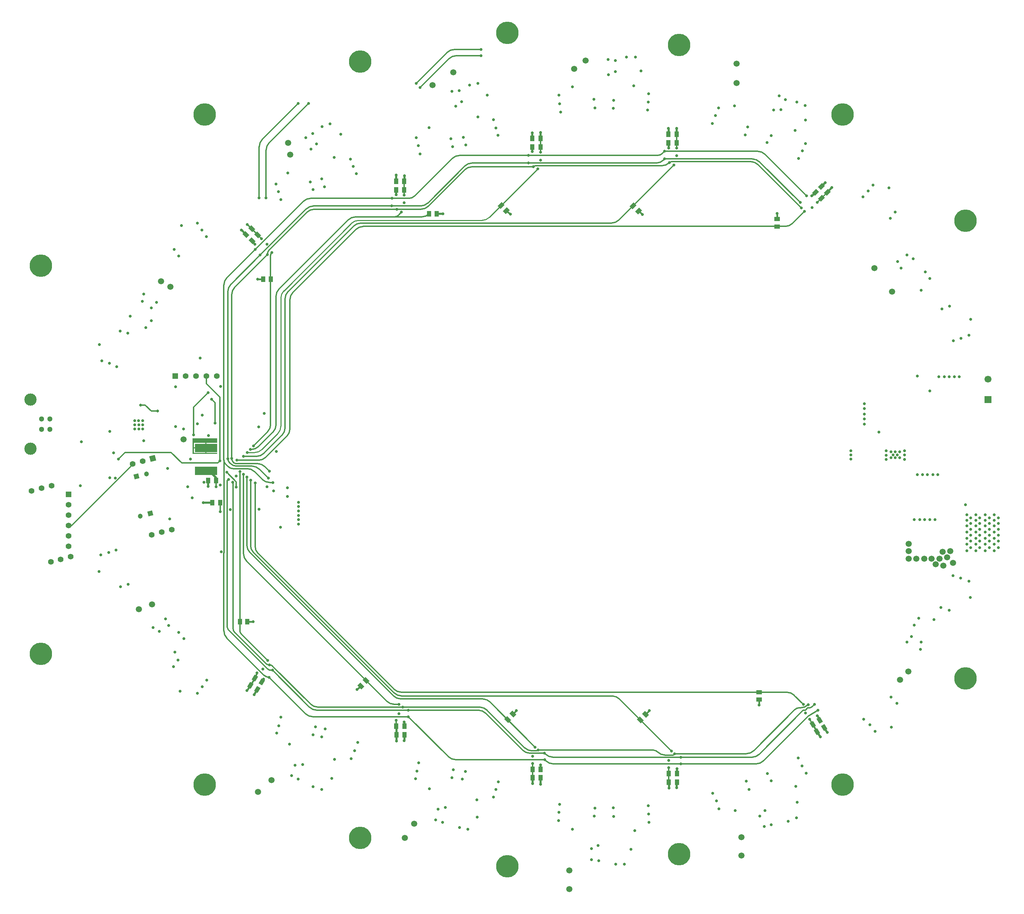
<source format=gbl>
G04*
G04 #@! TF.GenerationSoftware,Altium Limited,Altium Designer,22.7.1 (60)*
G04*
G04 Layer_Physical_Order=4*
G04 Layer_Color=16711680*
%FSLAX43Y43*%
%MOMM*%
G71*
G04*
G04 #@! TF.SameCoordinates,26706279-76B3-4EFB-AC1E-C542CE9A8173*
G04*
G04*
G04 #@! TF.FilePolarity,Positive*
G04*
G01*
G75*
%ADD11C,0.250*%
%ADD12C,0.400*%
%ADD134C,1.500*%
%ADD138C,1.300*%
%ADD142C,1.400*%
%ADD147C,0.300*%
%ADD148C,0.350*%
%ADD153C,0.300*%
%ADD160R,1.400X1.050*%
%ADD165R,1.000X1.400*%
%ADD171R,1.050X1.400*%
G04:AMPARAMS|DCode=182|XSize=1mm|YSize=1.4mm|CornerRadius=0mm|HoleSize=0mm|Usage=FLASHONLY|Rotation=330.000|XOffset=0mm|YOffset=0mm|HoleType=Round|Shape=Rectangle|*
%AMROTATEDRECTD182*
4,1,4,-0.783,-0.356,-0.083,0.856,0.783,0.356,0.083,-0.856,-0.783,-0.356,0.0*
%
%ADD182ROTATEDRECTD182*%

%ADD202R,5.400X2.000*%
%ADD272C,0.500*%
%ADD275R,1.400X1.400*%
%ADD276R,1.400X1.400*%
%ADD277C,1.200*%
%ADD278P,1.697X4X240.0*%
%ADD279C,3.000*%
%ADD280P,1.980X4X240.0*%
%ADD281C,5.500*%
%ADD282R,1.700X1.700*%
%ADD283C,1.700*%
%ADD284C,0.700*%
G04:AMPARAMS|DCode=285|XSize=1.4mm|YSize=1.05mm|CornerRadius=0mm|HoleSize=0mm|Usage=FLASHONLY|Rotation=135.000|XOffset=0mm|YOffset=0mm|HoleType=Round|Shape=Rectangle|*
%AMROTATEDRECTD285*
4,1,4,0.866,-0.124,0.124,-0.866,-0.866,0.124,-0.124,0.866,0.866,-0.124,0.0*
%
%ADD285ROTATEDRECTD285*%

G04:AMPARAMS|DCode=286|XSize=1.4mm|YSize=1.05mm|CornerRadius=0mm|HoleSize=0mm|Usage=FLASHONLY|Rotation=45.000|XOffset=0mm|YOffset=0mm|HoleType=Round|Shape=Rectangle|*
%AMROTATEDRECTD286*
4,1,4,-0.124,-0.866,-0.866,-0.124,0.124,0.866,0.866,0.124,-0.124,-0.866,0.0*
%
%ADD286ROTATEDRECTD286*%

G04:AMPARAMS|DCode=287|XSize=1mm|YSize=1.4mm|CornerRadius=0mm|HoleSize=0mm|Usage=FLASHONLY|Rotation=45.000|XOffset=0mm|YOffset=0mm|HoleType=Round|Shape=Rectangle|*
%AMROTATEDRECTD287*
4,1,4,0.141,-0.849,-0.849,0.141,-0.141,0.849,0.849,-0.141,0.141,-0.849,0.0*
%
%ADD287ROTATEDRECTD287*%

G04:AMPARAMS|DCode=288|XSize=1mm|YSize=1.4mm|CornerRadius=0mm|HoleSize=0mm|Usage=FLASHONLY|Rotation=315.000|XOffset=0mm|YOffset=0mm|HoleType=Round|Shape=Rectangle|*
%AMROTATEDRECTD288*
4,1,4,-0.849,-0.141,0.141,0.849,0.849,0.141,-0.141,-0.849,-0.849,-0.141,0.0*
%
%ADD288ROTATEDRECTD288*%

G04:AMPARAMS|DCode=289|XSize=1mm|YSize=1.4mm|CornerRadius=0mm|HoleSize=0mm|Usage=FLASHONLY|Rotation=210.000|XOffset=0mm|YOffset=0mm|HoleType=Round|Shape=Rectangle|*
%AMROTATEDRECTD289*
4,1,4,0.083,0.856,0.783,-0.356,-0.083,-0.856,-0.783,0.356,0.083,0.856,0.0*
%
%ADD289ROTATEDRECTD289*%

G36*
X345549Y542800D02*
Y541754D01*
X342927D01*
Y540500D01*
Y539246D01*
X345549D01*
Y539000D01*
X339500Y539000D01*
Y542800D01*
X345549Y542800D01*
D02*
G37*
%LPC*%
G36*
X342673Y541754D02*
X339846D01*
Y540627D01*
X342673D01*
Y541754D01*
D02*
G37*
G36*
Y540373D02*
X339846D01*
Y539246D01*
X342673D01*
Y540373D01*
D02*
G37*
%LPD*%
D11*
X361844Y578944D02*
G03*
X361100Y577148I1796J-1796D01*
G01*
X380127Y596175D02*
G03*
X378331Y595431I0J-2540D01*
G01*
X360358Y543983D02*
G03*
X361100Y545775I-1792J1792D01*
G01*
X354673Y539350D02*
G03*
X356469Y540094I0J2540D01*
G01*
X410286Y596175D02*
G03*
X412082Y596919I0J2540D01*
G01*
X352900Y539350D02*
X354673D01*
X361844Y578944D02*
X378331Y595431D01*
X356469Y540094D02*
X360358Y543983D01*
X361100Y545775D02*
Y577148D01*
X380127Y596175D02*
X410286D01*
X412082Y596919D02*
X423918Y608755D01*
D12*
X448725Y598375D02*
G03*
X448554Y598446I-171J-171D01*
G01*
X417029Y597771D02*
G03*
X417200Y597700I171J171D01*
G01*
X379700Y481400D02*
X379750Y481350D01*
X380646Y482246D01*
X352800Y481100D02*
X353634Y482400D01*
X355400Y581800D02*
X356775D01*
X450254Y475254D02*
X451200Y476200D01*
X478000Y477600D02*
Y478875D01*
X352925Y498000D02*
X354300D01*
X482400Y596525D02*
Y597900D01*
X448725Y598375D02*
X449500Y597600D01*
X416254Y598546D02*
X417029Y597771D01*
X491109Y472850D02*
X492209Y471050D01*
X353634Y482400D02*
X354734Y484200D01*
X355300Y485400D01*
X417854Y475354D02*
X418700Y476200D01*
D134*
X337300Y542600D02*
D03*
X472500Y634500D02*
D03*
Y629750D02*
D03*
X355500Y456300D02*
D03*
X358800Y459200D02*
D03*
X393700Y448500D02*
D03*
X391455Y445083D02*
D03*
X431600Y432500D02*
D03*
Y437100D02*
D03*
X473750Y445250D02*
D03*
Y440750D02*
D03*
X514500Y485750D02*
D03*
X512500Y483750D02*
D03*
X506250Y584500D02*
D03*
X510500Y578750D02*
D03*
X326400Y501000D02*
D03*
X329600Y502200D02*
D03*
X525400Y512400D02*
D03*
X432800Y633300D02*
D03*
X435600Y635300D02*
D03*
X398200Y629300D02*
D03*
X403300Y632400D02*
D03*
X331800Y581300D02*
D03*
X334100Y579900D02*
D03*
X363400Y612300D02*
D03*
X362858Y615142D02*
D03*
X524800Y515200D02*
D03*
X523100Y511700D02*
D03*
X521200Y512000D02*
D03*
X524000Y513700D02*
D03*
X522900Y515100D02*
D03*
X522100Y513400D02*
D03*
X520200D02*
D03*
X518400D02*
D03*
X516500D02*
D03*
X514600Y517000D02*
D03*
Y515200D02*
D03*
Y513400D02*
D03*
D138*
X302610Y547541D02*
D03*
X304610D02*
D03*
Y545041D02*
D03*
X302610Y545041D02*
D03*
D142*
X340360Y558100D02*
D03*
X337820D02*
D03*
X342900D02*
D03*
X345440D02*
D03*
X309200Y524040D02*
D03*
Y526580D02*
D03*
Y521500D02*
D03*
Y518960D02*
D03*
Y516420D02*
D03*
X300185Y529965D02*
D03*
X302638Y530622D02*
D03*
X304843Y512578D02*
D03*
X309750Y513893D02*
D03*
X305092Y531279D02*
D03*
X307297Y513235D02*
D03*
X329552Y519199D02*
D03*
X332005Y519856D02*
D03*
X334459Y520513D02*
D03*
X324893Y536585D02*
D03*
X327347Y537243D02*
D03*
D147*
X354825Y516321D02*
G03*
X355494Y514706I2284J0D01*
G01*
X353700Y516585D02*
G03*
X354361Y514989I2257J0D01*
G01*
X352825Y516560D02*
G03*
X353486Y514964I2257J0D01*
G01*
X349400Y496378D02*
G03*
X349844Y495306I1516J0D01*
G01*
X348000Y496596D02*
G03*
X348227Y496048I775J0D01*
G01*
X358313Y589013D02*
G03*
X357800Y587775I1238J-1238D01*
G01*
X349844Y579819D02*
G03*
X349100Y578023I1796J-1796D01*
G01*
Y537925D02*
G03*
X349507Y536943I1388J0D01*
G01*
X407868Y610216D02*
G03*
X406072Y609472I0J-2540D01*
G01*
X395248Y599700D02*
G03*
X397044Y600444I0J2540D01*
G01*
X407850Y609298D02*
G03*
X406054Y608554I0J-2540D01*
G01*
X395346Y598898D02*
G03*
X397142Y599642I0J2540D01*
G01*
X348894Y580544D02*
G03*
X348150Y578748I1796J-1796D01*
G01*
X347919Y582144D02*
G03*
X347175Y580348I1796J-1796D01*
G01*
X416425Y598475D02*
G03*
X416254Y598546I-171J-171D01*
G01*
X379352Y597025D02*
G03*
X377556Y596281I0J-2540D01*
G01*
X356569Y616019D02*
G03*
X355825Y614223I1796J-1796D01*
G01*
X358244Y615169D02*
G03*
X357500Y613373I1796J-1796D01*
G01*
X403502Y638000D02*
G03*
X401706Y637256I0J-2540D01*
G01*
X403977Y636475D02*
G03*
X402181Y635731I0J-2540D01*
G01*
X360669Y579394D02*
G03*
X359925Y577598I1796J-1796D01*
G01*
X355173Y538425D02*
G03*
X356969Y539169I0J2540D01*
G01*
X361381Y543581D02*
G03*
X362125Y545377I-1796J1796D01*
G01*
X353898Y540125D02*
G03*
X355694Y540869I0J2540D01*
G01*
X359181Y544356D02*
G03*
X359925Y546152I-1796J1796D01*
G01*
X362869Y578744D02*
G03*
X362125Y576948I1796J-1796D01*
G01*
X380702Y595525D02*
G03*
X378906Y594781I0J-2540D01*
G01*
X355623Y537475D02*
G03*
X357419Y538219I0J2540D01*
G01*
X362581Y543381D02*
G03*
X363325Y545177I-1796J1796D01*
G01*
X364069Y578569D02*
G03*
X363325Y576773I1796J-1796D01*
G01*
X381252Y594700D02*
G03*
X379456Y593956I0J-2540D01*
G01*
X484398Y594700D02*
G03*
X486194Y595444I0J2540D01*
G01*
X388631Y479819D02*
G03*
X390427Y479075I1796J1796D01*
G01*
X388806Y480544D02*
G03*
X390602Y479800I1796J1796D01*
G01*
X486621Y479956D02*
G03*
X484825Y480700I-1796J-1796D01*
G01*
X388756Y481444D02*
G03*
X390552Y480700I1796J1796D01*
G01*
X404805Y612078D02*
G03*
X403009Y611334I0J-2540D01*
G01*
X358900Y588325D02*
G03*
X358600Y587601I724J-724D01*
G01*
X357856Y544431D02*
G03*
X358600Y546227I-1796J1796D01*
G01*
X453177Y612078D02*
G03*
X454422Y612594I0J1761D01*
G01*
X392418Y601578D02*
G03*
X393844Y602169I0J2017D01*
G01*
X368405Y601578D02*
G03*
X366609Y600834I0J-2540D01*
G01*
X369093Y599700D02*
G03*
X367312Y598963I0J-2518D01*
G01*
X479491Y612334D02*
G03*
X477695Y613078I-1796J-1796D01*
G01*
X478153Y610472D02*
G03*
X476357Y611216I-1796J-1796D01*
G01*
X452890Y610216D02*
G03*
X454686Y610960I0J2540D01*
G01*
X369250Y598898D02*
G03*
X367454Y598154I0J-2540D01*
G01*
X441940Y595525D02*
G03*
X443736Y596269I0J2540D01*
G01*
X423438Y609550D02*
G03*
X422829Y609298I0J-860D01*
G01*
X477744Y609831D02*
G03*
X475948Y610575I-1796J-1796D01*
G01*
X456656D02*
G03*
X456108Y610348I0J-775D01*
G01*
X454258Y609550D02*
G03*
X456054Y610294I0J2540D01*
G01*
X357194Y535906D02*
G03*
X355398Y536650I-1796J-1796D01*
G01*
X349600Y536850D02*
G03*
X350083Y536650I483J483D01*
G01*
X355819Y535306D02*
G03*
X354023Y536050I-1796J-1796D01*
G01*
X348834Y536616D02*
G03*
X350200Y536050I1366J1366D01*
G01*
X356581Y532769D02*
G03*
X358377Y532025I1796J1796D01*
G01*
X354669Y534681D02*
G03*
X352873Y535425I-1796J-1796D01*
G01*
X348248Y535902D02*
G03*
X349400Y535425I1152J1152D01*
G01*
X367118Y475441D02*
G03*
X368914Y474697I1796J1796D01*
G01*
X402054Y464941D02*
G03*
X403850Y464197I1796J1796D01*
G01*
X425879Y463916D02*
G03*
X427675Y463172I1796J1796D01*
G01*
X477295D02*
G03*
X479091Y463916I0J2540D01*
G01*
X368083Y477053D02*
G03*
X369879Y476309I1796J1796D01*
G01*
X425797Y465553D02*
G03*
X427593Y464809I1796J1796D01*
G01*
X351975Y514602D02*
G03*
X352719Y512806I2540J0D01*
G01*
X387100Y478425D02*
G03*
X388682Y477770I1582J1582D01*
G01*
X368379Y477796D02*
G03*
X370175Y477052I1796J1796D01*
G01*
X412220Y478331D02*
G03*
X410424Y479075I-1796J-1796D01*
G01*
X443849Y479056D02*
G03*
X442053Y479800I-1796J-1796D01*
G01*
X423525Y466350D02*
G03*
X424026Y466558I0J709D01*
G01*
X453350Y466000D02*
G03*
X454980Y465325I1630J1630D01*
G01*
X453350Y466000D02*
G03*
X451957Y466577I-1393J-1393D01*
G01*
X474923Y465650D02*
G03*
X476719Y466394I0J2540D01*
G01*
X457029Y465325D02*
G03*
X457108Y465358I0J111D01*
G01*
X476382Y464809D02*
G03*
X478008Y465483I0J2299D01*
G01*
X487900Y476900D02*
G03*
X486748Y476423I0J-1630D01*
G01*
X488223Y476900D02*
G03*
X490019Y477644I0J2540D01*
G01*
X356982Y484868D02*
G03*
X358191Y484367I1209J1209D01*
G01*
X347175Y537505D02*
G03*
X347550Y536600I1280J0D01*
G01*
X347175Y495727D02*
G03*
X347919Y493931I2540J0D01*
G01*
X348150Y537830D02*
G03*
X348525Y536925I1280J0D01*
G01*
X357875Y486400D02*
G03*
X358673Y486070I798J798D01*
G01*
X357550Y487600D02*
G03*
X358033Y487400I483J483D01*
G01*
X359111Y487064D02*
G03*
X358300Y487400I-811J-811D01*
G01*
X351075Y495817D02*
G03*
X351458Y494892I1308J0D01*
G01*
X411517Y476308D02*
G03*
X409721Y477052I-1796J-1796D01*
G01*
X420731Y467094D02*
G03*
X422527Y466350I1796J1796D01*
G01*
X411185Y475565D02*
G03*
X409388Y476309I-1796J-1796D01*
G01*
X420250Y466500D02*
G03*
X421940Y465800I1690J1690D01*
G01*
X490181Y476855D02*
G03*
X491076Y477226I0J1265D01*
G01*
X388847Y597025D02*
G03*
X389876Y597451I0J1455D01*
G01*
X395548Y597025D02*
G03*
X397344Y597769I0J2540D01*
G01*
X348000Y532500D02*
X348300Y532800D01*
X349400Y496378D02*
Y531999D01*
X349299Y532100D02*
X349400Y531999D01*
X345700Y536800D02*
X346200Y537300D01*
X336900Y536800D02*
X345700D01*
X334300Y539400D02*
X336900Y536800D01*
X323000Y539400D02*
X334300D01*
X321400Y537800D02*
X323000Y539400D01*
X347900Y534500D02*
X350200Y532200D01*
Y530900D02*
Y532200D01*
X346200Y537300D02*
Y552900D01*
X342900Y556200D02*
X346200Y552900D01*
X342900Y556200D02*
Y558100D01*
X351075Y495817D02*
Y534700D01*
X354825Y516321D02*
Y531900D01*
X355494Y514706D02*
X388756Y481444D01*
X354361Y514989D02*
X388806Y480544D01*
X353486Y514964D02*
X388631Y479819D01*
X349844Y495306D02*
X357550Y487600D01*
X348000Y496596D02*
Y532500D01*
X348227Y496048D02*
X357875Y486400D01*
X347200Y514810D02*
Y537480D01*
X347175Y537505D02*
X347200Y537480D01*
X347175Y514785D02*
X347200Y514810D01*
X347175Y495727D02*
Y514785D01*
X309200Y521500D02*
X309990D01*
X324893Y536403D01*
Y536585D01*
X339800Y543700D02*
Y550475D01*
X343300Y553975D01*
X345000Y546600D02*
Y551600D01*
X344200Y552400D02*
X345000Y551600D01*
X357419Y538219D02*
X362581Y543381D01*
X346300Y524900D02*
Y527100D01*
X345300Y531000D02*
Y532500D01*
X329418Y549494D02*
X331000D01*
X327906Y551006D02*
X329418Y549494D01*
X326806Y551006D02*
X327906D01*
X457108Y465358D02*
X457400Y465650D01*
X474923D01*
X349844Y579819D02*
X357800Y587775D01*
X349100Y537925D02*
Y578023D01*
X397044Y600444D02*
X406072Y609472D01*
X388175Y599700D02*
X395248D01*
X407850Y609298D02*
X422829D01*
X397142Y599642D02*
X406054Y608554D01*
X389504Y598898D02*
X395346D01*
X348894Y580544D02*
X356050Y587700D01*
X348150Y537830D02*
Y578748D01*
X354825Y589050D02*
X366609Y600834D01*
X347919Y582144D02*
X354825Y589050D01*
X347175Y537505D02*
Y580348D01*
X360669Y579394D02*
X377556Y596281D01*
X356569Y616019D02*
X365325Y624775D01*
X358244Y615169D02*
X367850Y624775D01*
X394175Y629725D02*
X401706Y637256D01*
X395175Y628725D02*
X402181Y635731D01*
X403977Y636475D02*
X410050D01*
X403502Y638000D02*
X410075D01*
X354400Y540975D02*
X357856Y544431D01*
X353625Y540125D02*
X353898D01*
X352000Y538425D02*
X355173D01*
X356969Y539169D02*
X361381Y543581D01*
X355694Y540869D02*
X359181Y544356D01*
X359925Y546152D02*
Y577598D01*
X362125Y545377D02*
Y576948D01*
X362869Y578744D02*
X378906Y594781D01*
X363325Y545177D02*
Y576773D01*
X364069Y578569D02*
X379456Y593956D01*
X381252Y594700D02*
X484398D01*
X486194Y595444D02*
X489150Y598400D01*
X350375Y537475D02*
X355623D01*
X390552Y480700D02*
X484825D01*
X358600Y546227D02*
Y587601D01*
X421602Y612078D02*
X453177D01*
X404805D02*
X421602D01*
X388302Y601578D02*
X392418D01*
X368405D02*
X388302D01*
X393844Y602169D02*
X403009Y611334D01*
X356050Y587700D02*
X367312Y598963D01*
X369093Y599700D02*
X388175D01*
X421638Y610216D02*
X452890D01*
X407868D02*
X421638D01*
X479491Y612334D02*
X489650Y602175D01*
X454906Y613078D02*
X477695D01*
X454422Y612594D02*
X454906Y613078D01*
X478153Y610472D02*
X488075Y600550D01*
X454942Y611216D02*
X476357D01*
X454686Y610960D02*
X454942Y611216D01*
X358313Y589013D02*
X367454Y598154D01*
X369250Y598898D02*
X389504D01*
X389876Y597451D02*
X390600Y598175D01*
X380702Y595525D02*
X441940D01*
X443736Y596269D02*
X457222Y609755D01*
X423438Y609550D02*
X454258D01*
X477744Y609831D02*
X488375Y599200D01*
X456054Y610294D02*
X456108Y610348D01*
X456656Y610575D02*
X475948D01*
X353700Y516585D02*
Y532600D01*
X352825Y516560D02*
Y533325D01*
X357194Y535906D02*
X358325Y534775D01*
X349507Y536943D02*
X349600Y536850D01*
X350083Y536650D02*
X355398D01*
X355819Y535306D02*
X358050Y533075D01*
X350200Y536050D02*
X354023D01*
X348525Y536925D02*
X348834Y536616D01*
X354669Y534681D02*
X356581Y532769D01*
X358377Y532025D02*
X359150D01*
X349400Y535425D02*
X352873D01*
X347550Y536600D02*
X348248Y535902D01*
X392298Y474697D02*
X402054Y464941D01*
X368914Y474697D02*
X392298D01*
X425598Y464197D02*
X425879Y463916D01*
X403850Y464197D02*
X425598D01*
X458902Y463172D02*
X477295D01*
X427675D02*
X458902D01*
X425550Y465800D02*
X425797Y465553D01*
X421940Y465800D02*
X425550D01*
X427593Y464809D02*
X458866D01*
X351975Y514602D02*
Y534025D01*
X352719Y512806D02*
X387100Y478425D01*
X388682Y477770D02*
X389982D01*
X412220Y478331D02*
X423282Y467270D01*
X390427Y479075D02*
X410424D01*
X370175Y477052D02*
X390870D01*
X424026Y466558D02*
X424045Y466577D01*
X443849Y479056D02*
X456586Y466320D01*
X390602Y479800D02*
X442053D01*
X424045Y466577D02*
X451957D01*
X454980Y465325D02*
X457029D01*
X457108Y465358D02*
X457108Y465358D01*
X458866Y464809D02*
X476382D01*
X476719Y466394D02*
X486748Y476423D01*
X487900Y476900D02*
X488223D01*
X358191Y484367D02*
X367118Y475441D01*
X347919Y493931D02*
X356982Y484868D01*
X358673Y486070D02*
X359067D01*
X368083Y477053D01*
X359111Y487064D02*
X368379Y477796D01*
X358033Y487400D02*
X358300D01*
X351458Y494892D02*
X357900Y488450D01*
X422527Y466350D02*
X423525D01*
X390870Y477052D02*
X409721D01*
X411517Y476308D02*
X420731Y467094D01*
X392262Y476309D02*
X409388D01*
X369879D02*
X392262D01*
X411185Y475565D02*
X420250Y466500D01*
X491076Y477226D02*
X491600Y477750D01*
X489920Y476855D02*
X490181D01*
X490019Y477644D02*
X490025Y477650D01*
X486621Y479956D02*
X488827Y477750D01*
X489340Y476275D02*
X489920Y476855D01*
X478008Y465483D02*
X488800Y476275D01*
X489340D01*
X489850Y474675D02*
X490072Y474812D01*
X492419Y476265D01*
X479091Y463916D02*
X489850Y474675D01*
X388847Y597025D02*
X395548D01*
X379352D02*
X388847D01*
X397344Y597769D02*
X397375Y597800D01*
X355800Y614198D02*
X355825Y614223D01*
X355800Y601700D02*
Y614198D01*
X357500Y601700D02*
Y613373D01*
D148*
X355457Y592632D02*
G03*
X355467Y592608I34J0D01*
G01*
X389350Y472375D02*
G03*
X389325Y472400I-25J0D01*
G01*
X389350Y470300D02*
G03*
X389250Y470200I0J-100D01*
G01*
X352900Y595189D02*
X353957Y594132D01*
X391275Y603650D02*
Y605750D01*
X391275Y603650D02*
X391275Y603650D01*
X391275Y602350D02*
Y603650D01*
X457875Y613900D02*
Y615150D01*
Y617250D01*
X493232Y601593D02*
X494707Y603068D01*
X492225Y600575D02*
X493232Y601593D01*
X490375Y474050D02*
X491109Y472850D01*
X455925Y458700D02*
Y460800D01*
Y462225D01*
X422625Y459775D02*
Y461850D01*
X422625Y461850D01*
Y463250D01*
X389325Y473800D02*
X389325D01*
X389325Y472400D02*
Y473800D01*
X355467Y592608D02*
X356375Y591700D01*
X424575Y612900D02*
Y614150D01*
Y616250D01*
X353957Y594132D02*
X355457Y592632D01*
D153*
X457108Y465358D02*
D03*
D160*
X478000Y478875D02*
D03*
Y480725D02*
D03*
X482400Y596525D02*
D03*
Y594675D02*
D03*
D165*
X346300Y527100D02*
D03*
X344300D02*
D03*
X343300Y532500D02*
D03*
X345300Y532500D02*
D03*
X389275Y605750D02*
D03*
X391275D02*
D03*
X389275Y603650D02*
D03*
X391275D02*
D03*
X422575Y616250D02*
D03*
X424575D02*
D03*
X422575Y614150D02*
D03*
X424575D02*
D03*
X455875Y617250D02*
D03*
X457875D02*
D03*
X455875Y615150D02*
D03*
X457875D02*
D03*
X457925Y458700D02*
D03*
X455925D02*
D03*
X457925Y460800D02*
D03*
X455925D02*
D03*
X424625Y459775D02*
D03*
X422625Y459775D02*
D03*
X391325Y472400D02*
D03*
X389325Y472400D02*
D03*
X391350Y470300D02*
D03*
X389350D02*
D03*
X424625Y461850D02*
D03*
X422625Y461850D02*
D03*
D171*
X356775Y581800D02*
D03*
X358625D02*
D03*
X399225Y597800D02*
D03*
X397375D02*
D03*
X352925Y498000D02*
D03*
X351075D02*
D03*
D182*
X355366Y481400D02*
D03*
X353634Y482400D02*
D03*
X356466Y483200D02*
D03*
X354734Y484200D02*
D03*
D202*
X342800Y534900D02*
D03*
X342800Y540500D02*
D03*
D272*
X424575Y616250D02*
G03*
X424600Y616310I-60J60D01*
G01*
X342100Y527100D02*
X344300D01*
X343300Y531100D02*
Y532500D01*
X343600Y534900D02*
X345300Y533200D01*
Y532500D02*
Y533200D01*
X491011Y602200D02*
X491818Y603007D01*
X490900Y602200D02*
X491011D01*
X354043Y591218D02*
X354775Y590341D01*
X351500Y593800D02*
X352543Y592718D01*
X389275Y603650D02*
X389300Y602500D01*
X389275Y605750D02*
X389300Y607200D01*
X391300Y605775D02*
Y607094D01*
X391275Y605750D02*
X391300Y605775D01*
X422575Y614150D02*
X422600Y613200D01*
X422575Y616250D02*
X422600Y617600D01*
X424600Y616310D02*
Y617700D01*
X455875Y617250D02*
X455900Y618700D01*
X455875Y615150D02*
X455900Y614100D01*
X457900Y617250D02*
Y618700D01*
X493293Y604482D02*
X494200Y605400D01*
X494707Y603068D02*
X495839Y604200D01*
X354600Y480100D02*
X355366Y481400D01*
X356466Y483200D02*
X356900Y483900D01*
X391300Y468800D02*
X391350Y470300D01*
X391300Y473400D02*
X391325Y472400D01*
X389350Y468750D02*
Y472375D01*
X424600Y458400D02*
X424625Y459775D01*
X424600Y462900D02*
X424625Y461850D01*
X457900Y457300D02*
Y457400D01*
X457925Y458700D01*
Y460800D02*
X458000Y461900D01*
X456000Y457200D02*
Y458625D01*
X455925Y458700D02*
X456000Y458625D01*
X492209Y471050D02*
X492975Y469812D01*
X493941Y472050D02*
X494700Y470800D01*
X492300Y474900D02*
X492841Y473850D01*
X422625Y458300D02*
Y459775D01*
X457875Y617250D02*
X457900D01*
X399225Y597800D02*
X400700D01*
D275*
X335280Y558100D02*
D03*
D276*
X309200Y529120D02*
D03*
D277*
X326700Y523800D02*
D03*
X328224Y534145D02*
D03*
D278*
X329153Y524457D02*
D03*
X325771Y533487D02*
D03*
D279*
X299900Y540271D02*
D03*
Y552310D02*
D03*
D280*
X329800Y537900D02*
D03*
D281*
X302461Y490083D02*
D03*
X342461Y458083D02*
D03*
X380461Y445083D02*
D03*
X416461Y438083D02*
D03*
X458461Y441083D02*
D03*
X498461Y458083D02*
D03*
X528461Y484083D02*
D03*
Y596083D02*
D03*
X498461Y622083D02*
D03*
X458461Y639083D02*
D03*
X416461Y642083D02*
D03*
X380461Y635083D02*
D03*
X342461Y622083D02*
D03*
X302461Y585083D02*
D03*
D282*
X534000Y552300D02*
D03*
D283*
Y557300D02*
D03*
D284*
X349299Y532100D02*
D03*
X348300Y532800D02*
D03*
X329400Y571600D02*
D03*
X328100Y569900D02*
D03*
X338300Y531000D02*
D03*
X321400Y537800D02*
D03*
X350200Y530900D02*
D03*
X346200Y537300D02*
D03*
X347900Y534500D02*
D03*
X350200Y533600D02*
D03*
X365400Y521800D02*
D03*
Y522900D02*
D03*
Y524000D02*
D03*
Y525100D02*
D03*
Y526200D02*
D03*
Y527200D02*
D03*
X362700Y530700D02*
D03*
X357700Y531000D02*
D03*
X354825Y531900D02*
D03*
X379700Y481400D02*
D03*
X346500Y515100D02*
D03*
X348700Y525400D02*
D03*
X320600Y533100D02*
D03*
X312100Y531200D02*
D03*
X319300Y533200D02*
D03*
X341400Y562500D02*
D03*
X343300Y553975D02*
D03*
X339800Y543700D02*
D03*
X345000Y546600D02*
D03*
X344200Y552400D02*
D03*
X346400Y555500D02*
D03*
X339000Y537800D02*
D03*
X360000Y539600D02*
D03*
X357000Y548900D02*
D03*
X355700Y545600D02*
D03*
X341900Y548500D02*
D03*
X340700Y546400D02*
D03*
X337300Y545100D02*
D03*
X346300Y524900D02*
D03*
X342100Y527100D02*
D03*
X342300Y532100D02*
D03*
X343300Y531100D02*
D03*
X345300Y531000D02*
D03*
X346300Y531400D02*
D03*
X361000Y521100D02*
D03*
X359300Y530000D02*
D03*
X362700Y528600D02*
D03*
X490900Y602200D02*
D03*
X331000Y549494D02*
D03*
X333406Y535506D02*
D03*
X333900Y523100D02*
D03*
X326806Y551006D02*
D03*
X312306Y542006D02*
D03*
X320206Y539306D02*
D03*
X319306Y544506D02*
D03*
X327606Y542206D02*
D03*
X327346Y547158D02*
D03*
X326346Y547158D02*
D03*
X325346Y547158D02*
D03*
X326352Y546157D02*
D03*
X339400Y528300D02*
D03*
X355800Y525500D02*
D03*
X342900Y542200D02*
D03*
X343900Y542200D02*
D03*
X345000Y542200D02*
D03*
X354775Y590341D02*
D03*
X351475Y593841D02*
D03*
X352900Y595189D02*
D03*
X375745Y617225D02*
D03*
X389275Y602441D02*
D03*
Y607241D02*
D03*
X391300Y607094D02*
D03*
X411562Y626801D02*
D03*
X455900Y613900D02*
D03*
X422600Y613000D02*
D03*
X422575Y617641D02*
D03*
X424600Y617700D02*
D03*
X449175Y632745D02*
D03*
X455875Y618741D02*
D03*
X457900Y618700D02*
D03*
X489406Y620715D02*
D03*
X494175Y605441D02*
D03*
X495839Y604200D02*
D03*
X517675Y579041D02*
D03*
X335200Y490500D02*
D03*
X354575Y480141D02*
D03*
X356875Y483941D02*
D03*
X352800Y481100D02*
D03*
X373587Y459576D02*
D03*
X391275Y468841D02*
D03*
Y473441D02*
D03*
X389350Y468750D02*
D03*
X409081Y450170D02*
D03*
X424600Y458200D02*
D03*
X424575Y462941D02*
D03*
X422625Y458300D02*
D03*
X457875Y457341D02*
D03*
X457975Y461941D02*
D03*
X456000Y457200D02*
D03*
X457400Y465650D02*
D03*
X446672Y442242D02*
D03*
X487347Y453744D02*
D03*
X492975Y469812D02*
D03*
X494675Y470841D02*
D03*
X492275Y474941D02*
D03*
X520750Y498500D02*
D03*
X355400Y581800D02*
D03*
X324300Y572700D02*
D03*
X327358Y546150D02*
D03*
X327358Y545150D02*
D03*
X326358Y545150D02*
D03*
X325358Y546150D02*
D03*
Y545150D02*
D03*
X335399Y545744D02*
D03*
Y555494D02*
D03*
X451200Y476200D02*
D03*
X478000Y477600D02*
D03*
X354300Y498000D02*
D03*
X482400Y597900D02*
D03*
X449500Y597600D02*
D03*
X417200Y597700D02*
D03*
X391275Y600500D02*
D03*
X391275Y602350D02*
D03*
X457875Y611975D02*
D03*
Y613900D02*
D03*
X491000Y599300D02*
D03*
X492225Y600575D02*
D03*
X489400Y475575D02*
D03*
X490375Y474050D02*
D03*
X455925Y464000D02*
D03*
X422625Y465000D02*
D03*
X455925Y462225D02*
D03*
X422625Y463250D02*
D03*
X509800Y604100D02*
D03*
X511300Y598200D02*
D03*
X510100Y596700D02*
D03*
X505900Y604800D02*
D03*
X504700Y603400D02*
D03*
X503400Y601900D02*
D03*
X529800Y572000D02*
D03*
X524600Y575200D02*
D03*
X522700Y574500D02*
D03*
X529300Y568100D02*
D03*
X527400Y567300D02*
D03*
X525500Y566700D02*
D03*
X519750Y581958D02*
D03*
X518678Y583577D02*
D03*
X529700Y503900D02*
D03*
X529300Y507900D02*
D03*
X527300Y508600D02*
D03*
X525400Y509200D02*
D03*
X524500Y500800D02*
D03*
X522500Y501400D02*
D03*
X517062Y498842D02*
D03*
X515992Y497123D02*
D03*
X511700Y478000D02*
D03*
X510300Y479500D02*
D03*
X510400Y472100D02*
D03*
X506400Y471100D02*
D03*
X505100Y472700D02*
D03*
X503600Y474100D02*
D03*
X329825Y496550D02*
D03*
X397400Y457100D02*
D03*
X487000Y457700D02*
D03*
X489500Y460900D02*
D03*
X488500Y462700D02*
D03*
X487600Y464600D02*
D03*
X481000Y459000D02*
D03*
X480100Y460800D02*
D03*
X487175Y449998D02*
D03*
X485175Y449098D02*
D03*
X475600Y456900D02*
D03*
X474900Y458900D02*
D03*
X472200Y451700D02*
D03*
X468200Y452200D02*
D03*
X467600Y454100D02*
D03*
X466700Y456000D02*
D03*
X445071Y438650D02*
D03*
X442971D02*
D03*
X447600Y446800D02*
D03*
X451100Y448900D02*
D03*
X451000Y450900D02*
D03*
X450900Y452900D02*
D03*
X442500Y450300D02*
D03*
X442400Y452400D02*
D03*
X432400Y447200D02*
D03*
X437700Y450400D02*
D03*
X437900Y452300D02*
D03*
X429000Y449300D02*
D03*
X429100Y451300D02*
D03*
X429300Y453300D02*
D03*
X333675Y497050D02*
D03*
X337366Y493825D02*
D03*
X336116Y495375D02*
D03*
X332900Y498675D02*
D03*
X331375Y495575D02*
D03*
X316626Y510247D02*
D03*
X321863Y506555D02*
D03*
X323773Y507122D02*
D03*
X317098Y514340D02*
D03*
X319008Y514906D02*
D03*
X320818Y515475D02*
D03*
X336485Y480931D02*
D03*
X340685Y480431D02*
D03*
X341885Y482031D02*
D03*
X342985Y483631D02*
D03*
X334885Y486931D02*
D03*
X335985Y488531D02*
D03*
X516000Y522950D02*
D03*
X517300Y522950D02*
D03*
X519800D02*
D03*
X518500D02*
D03*
X521000D02*
D03*
X535500Y524100D02*
D03*
Y522800D02*
D03*
Y521400D02*
D03*
Y519900D02*
D03*
Y518400D02*
D03*
Y516900D02*
D03*
Y515300D02*
D03*
X536500Y523400D02*
D03*
Y522000D02*
D03*
Y520600D02*
D03*
Y519100D02*
D03*
Y517700D02*
D03*
Y516100D02*
D03*
X533300Y524100D02*
D03*
Y522800D02*
D03*
Y521400D02*
D03*
Y519900D02*
D03*
Y518400D02*
D03*
Y516900D02*
D03*
Y515300D02*
D03*
X534300Y523400D02*
D03*
Y522000D02*
D03*
Y520600D02*
D03*
Y519100D02*
D03*
Y517700D02*
D03*
Y516100D02*
D03*
X531000Y524100D02*
D03*
Y522800D02*
D03*
Y521400D02*
D03*
Y519900D02*
D03*
Y518400D02*
D03*
Y516900D02*
D03*
Y515300D02*
D03*
X532000Y523400D02*
D03*
Y522000D02*
D03*
Y520600D02*
D03*
Y519100D02*
D03*
Y517700D02*
D03*
Y516100D02*
D03*
X529800D02*
D03*
Y517700D02*
D03*
Y519100D02*
D03*
Y520600D02*
D03*
Y522000D02*
D03*
Y523400D02*
D03*
X528800Y515300D02*
D03*
Y516900D02*
D03*
Y518400D02*
D03*
Y519900D02*
D03*
Y521400D02*
D03*
Y522800D02*
D03*
Y524100D02*
D03*
X528500Y526600D02*
D03*
X521700Y533950D02*
D03*
X519200D02*
D03*
X520500D02*
D03*
X518000D02*
D03*
X516700Y533950D02*
D03*
X500500Y537800D02*
D03*
Y538800D02*
D03*
Y539800D02*
D03*
X513600D02*
D03*
Y538800D02*
D03*
Y537700D02*
D03*
X511800Y538800D02*
D03*
X510800D02*
D03*
X512400Y538100D02*
D03*
Y539500D02*
D03*
X511300Y538100D02*
D03*
Y539500D02*
D03*
X510300Y538100D02*
D03*
Y539500D02*
D03*
X509100Y537700D02*
D03*
Y538700D02*
D03*
Y539800D02*
D03*
X507300Y544400D02*
D03*
X503800Y546300D02*
D03*
X503800Y547600D02*
D03*
Y550100D02*
D03*
Y548800D02*
D03*
Y551300D02*
D03*
X527000Y557900D02*
D03*
X516700Y558100D02*
D03*
X519800Y554400D02*
D03*
X524500Y557900D02*
D03*
X525800D02*
D03*
X523300D02*
D03*
X522000D02*
D03*
X361100Y474600D02*
D03*
X360600Y472500D02*
D03*
X360100Y470700D02*
D03*
X369600Y472200D02*
D03*
X369000Y470300D02*
D03*
X363200Y468000D02*
D03*
X369019Y457608D02*
D03*
X371069Y456908D02*
D03*
X404785Y447600D02*
D03*
X406860Y447175D02*
D03*
X394800Y463400D02*
D03*
X394400Y461400D02*
D03*
X394000Y459500D02*
D03*
X371900Y471700D02*
D03*
X371100Y469800D02*
D03*
X379900Y468400D02*
D03*
X379100Y466400D02*
D03*
X378300Y464400D02*
D03*
X374200Y464300D02*
D03*
X403300Y461700D02*
D03*
X402900Y459800D02*
D03*
X406200Y461300D02*
D03*
X405500Y459400D02*
D03*
X414300Y458800D02*
D03*
X413700Y456900D02*
D03*
X413100Y455000D02*
D03*
X409000Y454400D02*
D03*
X487700Y611300D02*
D03*
X488600Y613200D02*
D03*
X489400Y615000D02*
D03*
X480000Y615200D02*
D03*
X481000Y616900D02*
D03*
X486800Y618200D02*
D03*
X489250Y624300D02*
D03*
X487275Y625150D02*
D03*
X466600Y619900D02*
D03*
X467400Y621800D02*
D03*
X468100Y623700D02*
D03*
X472000Y624200D02*
D03*
X474600Y617100D02*
D03*
X475200Y619000D02*
D03*
X450800Y623200D02*
D03*
X450900Y625100D02*
D03*
X451000Y627200D02*
D03*
X442400Y623600D02*
D03*
X442500Y625600D02*
D03*
X447400Y629100D02*
D03*
X429500Y622700D02*
D03*
X429300Y624700D02*
D03*
X429100Y626800D02*
D03*
X432400Y628900D02*
D03*
X437900Y623700D02*
D03*
X437600Y625800D02*
D03*
X445575Y636104D02*
D03*
X447775D02*
D03*
X394200Y616400D02*
D03*
X394700Y614500D02*
D03*
X395100Y612400D02*
D03*
X403100Y614200D02*
D03*
X402700Y616200D02*
D03*
X397300Y618900D02*
D03*
X405700Y616500D02*
D03*
X406300Y614600D02*
D03*
X414200Y617000D02*
D03*
X413700Y618800D02*
D03*
X413100Y620800D02*
D03*
X409300Y621500D02*
D03*
X409255Y629695D02*
D03*
X361100Y601300D02*
D03*
X360500Y603200D02*
D03*
X359900Y605100D02*
D03*
X369000Y603700D02*
D03*
X368300Y605600D02*
D03*
X362800Y607800D02*
D03*
X371800Y604400D02*
D03*
X371100Y606300D02*
D03*
X379600Y607600D02*
D03*
X378800Y609400D02*
D03*
X378100Y611200D02*
D03*
X374100Y611600D02*
D03*
X373165Y619808D02*
D03*
X371165Y619108D02*
D03*
X340700Y595500D02*
D03*
X341800Y593800D02*
D03*
X342900Y592200D02*
D03*
X336100Y587500D02*
D03*
X335000Y589100D02*
D03*
X336800Y594900D02*
D03*
X321000Y560400D02*
D03*
X319200Y561200D02*
D03*
X317300Y561800D02*
D03*
X316700Y565800D02*
D03*
X323700Y568600D02*
D03*
X321800Y569100D02*
D03*
X356700Y486400D02*
D03*
X389325Y473800D02*
D03*
X389975Y475425D02*
D03*
X363700Y460275D02*
D03*
X364593Y462828D02*
D03*
X365300Y459446D02*
D03*
X366415Y463013D02*
D03*
X401284Y452514D02*
D03*
X400677Y448825D02*
D03*
X399506Y452076D02*
D03*
X398977Y449424D02*
D03*
X437021Y439684D02*
D03*
X437034Y442389D02*
D03*
X438804Y439421D02*
D03*
X438696Y443157D02*
D03*
X479447Y451699D02*
D03*
X481006Y448302D02*
D03*
X478218Y450342D02*
D03*
X479262Y447847D02*
D03*
X515309Y494344D02*
D03*
X517644Y492980D02*
D03*
X514189Y492931D02*
D03*
X517479Y491156D02*
D03*
X515739Y586756D02*
D03*
X512740Y584525D02*
D03*
X514156Y587676D02*
D03*
X511933Y586136D02*
D03*
X484461Y625730D02*
D03*
X483392Y623246D02*
D03*
X482923Y626668D02*
D03*
X481562Y623187D02*
D03*
X441204Y631817D02*
D03*
X441096Y635554D02*
D03*
X442866Y632586D02*
D03*
X442879Y635291D02*
D03*
X407262Y629261D02*
D03*
X404735Y627892D02*
D03*
X405330Y625254D02*
D03*
X402939Y627747D02*
D03*
X403884Y624131D02*
D03*
X369798Y614899D02*
D03*
X368477Y613631D02*
D03*
X329473Y574793D02*
D03*
X327266Y576355D02*
D03*
X330711Y576102D02*
D03*
X327589Y578157D02*
D03*
X365325Y624775D02*
D03*
X367850D02*
D03*
X394175Y629725D02*
D03*
X395175Y628725D02*
D03*
X410075Y638000D02*
D03*
X410050Y636475D02*
D03*
X354825Y589050D02*
D03*
X358325Y534775D02*
D03*
X357800Y587775D02*
D03*
X390600Y598175D02*
D03*
X389504Y598898D02*
D03*
X388175Y599700D02*
D03*
X388302Y601578D02*
D03*
X423918Y608755D02*
D03*
X422829Y609298D02*
D03*
X421638Y610216D02*
D03*
X421602Y612078D02*
D03*
X457222Y609755D02*
D03*
X456108Y610348D02*
D03*
X454942Y611216D02*
D03*
X454906Y613078D02*
D03*
X489150Y598400D02*
D03*
X488375Y599200D02*
D03*
X488075Y600550D02*
D03*
X489650Y602175D02*
D03*
X357900Y488450D02*
D03*
X359067Y486070D02*
D03*
X358191Y484367D02*
D03*
X389957Y477770D02*
D03*
X390870Y477052D02*
D03*
X392262Y476309D02*
D03*
X392298Y474697D02*
D03*
X423282Y467270D02*
D03*
X424045Y466577D02*
D03*
X425550Y465800D02*
D03*
X425598Y464197D02*
D03*
X456586Y466320D02*
D03*
X458866Y464809D02*
D03*
X458902Y463172D02*
D03*
X491600Y477750D02*
D03*
X492419Y476265D02*
D03*
X354400Y540975D02*
D03*
X353625Y540125D02*
D03*
X352900Y539350D02*
D03*
X352000Y538425D02*
D03*
X350375Y537475D02*
D03*
X356050Y587700D02*
D03*
X358900Y588325D02*
D03*
X357725Y590375D02*
D03*
X356375Y591700D02*
D03*
X424575Y610950D02*
D03*
X424575Y612900D02*
D03*
X353700Y532600D02*
D03*
X352825Y533325D02*
D03*
X351975Y534025D02*
D03*
X351075Y534700D02*
D03*
X359150Y532025D02*
D03*
X358050Y533075D02*
D03*
X348150Y537830D02*
D03*
X349100Y537925D02*
D03*
X355300Y485400D02*
D03*
X358300Y487400D02*
D03*
X418700Y476200D02*
D03*
X490025Y477650D02*
D03*
X488827Y477750D02*
D03*
X400700Y597800D02*
D03*
X343400Y543500D02*
D03*
X355800Y601700D02*
D03*
X357500D02*
D03*
X368931Y617461D02*
D03*
X367159Y616429D02*
D03*
D285*
X450254Y475254D02*
D03*
X448946Y473946D02*
D03*
X417854Y475354D02*
D03*
X416546Y474046D02*
D03*
X380646Y482246D02*
D03*
X381954Y483554D02*
D03*
D286*
X448554Y598446D02*
D03*
X447246Y599754D02*
D03*
X416254Y598546D02*
D03*
X414946Y599854D02*
D03*
D287*
X352543Y592718D02*
D03*
X353957Y594132D02*
D03*
X354043Y591218D02*
D03*
X355457Y592632D02*
D03*
D288*
X493293Y604482D02*
D03*
X494707Y603068D02*
D03*
X491818Y603007D02*
D03*
X493232Y601593D02*
D03*
D289*
X493941Y472050D02*
D03*
X492209Y471050D02*
D03*
X492841Y473850D02*
D03*
X491109Y472850D02*
D03*
M02*

</source>
